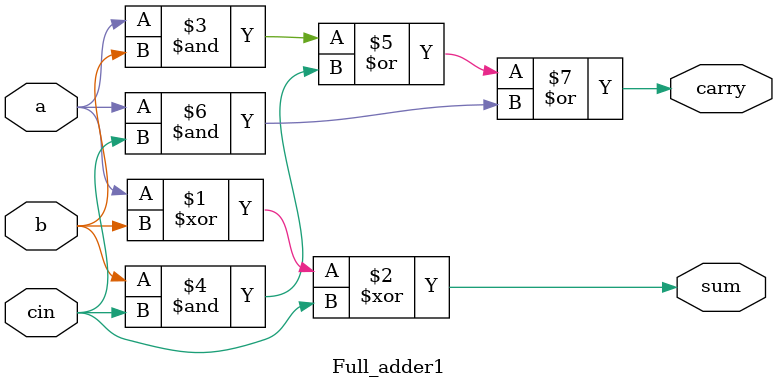
<source format=v>
`timescale 1ns / 1ps


module Full_adder1(
input a, b, cin,      
    output sum, carry
    );
    assign sum = a ^ b ^ cin;                
    assign carry = (a & b) | (b & cin) | (a & cin);  
endmodule

</source>
